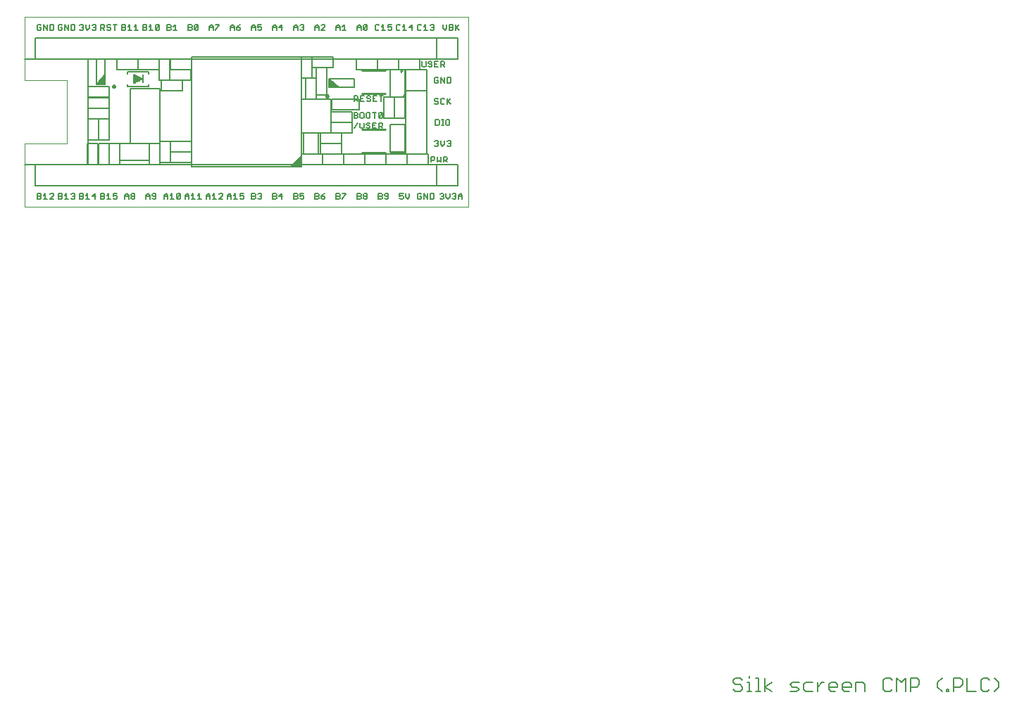
<source format=gto>
G75*
%MOIN*%
%OFA0B0*%
%FSLAX25Y25*%
%IPPOS*%
%LPD*%
%AMOC8*
5,1,8,0,0,1.08239X$1,22.5*
%
%ADD10C,0.00000*%
%ADD11C,0.00600*%
%ADD12C,0.00500*%
%ADD13C,0.01000*%
%ADD14R,0.07500X0.01000*%
%ADD15R,0.01000X0.04000*%
D10*
X0185000Y0255000D02*
X0185000Y0284843D01*
X0204882Y0284843D01*
X0204882Y0315157D01*
X0185000Y0315157D01*
X0185000Y0345000D01*
X0395000Y0345000D01*
X0395000Y0255000D01*
X0185000Y0255000D01*
D11*
X0190880Y0258700D02*
X0192181Y0258700D01*
X0192615Y0259134D01*
X0192615Y0259567D01*
X0192181Y0260001D01*
X0190880Y0260001D01*
X0190880Y0258700D02*
X0190880Y0261302D01*
X0192181Y0261302D01*
X0192615Y0260869D01*
X0192615Y0260435D01*
X0192181Y0260001D01*
X0193827Y0260435D02*
X0194694Y0261302D01*
X0194694Y0258700D01*
X0193827Y0258700D02*
X0195562Y0258700D01*
X0196773Y0258700D02*
X0198508Y0260435D01*
X0198508Y0260869D01*
X0198074Y0261302D01*
X0197207Y0261302D01*
X0196773Y0260869D01*
X0196773Y0258700D02*
X0198508Y0258700D01*
X0200880Y0258700D02*
X0202181Y0258700D01*
X0202615Y0259134D01*
X0202615Y0259567D01*
X0202181Y0260001D01*
X0200880Y0260001D01*
X0200880Y0258700D02*
X0200880Y0261302D01*
X0202181Y0261302D01*
X0202615Y0260869D01*
X0202615Y0260435D01*
X0202181Y0260001D01*
X0203827Y0260435D02*
X0204694Y0261302D01*
X0204694Y0258700D01*
X0203827Y0258700D02*
X0205562Y0258700D01*
X0206773Y0259134D02*
X0207207Y0258700D01*
X0208074Y0258700D01*
X0208508Y0259134D01*
X0208508Y0259567D01*
X0208074Y0260001D01*
X0207641Y0260001D01*
X0208074Y0260001D02*
X0208508Y0260435D01*
X0208508Y0260869D01*
X0208074Y0261302D01*
X0207207Y0261302D01*
X0206773Y0260869D01*
X0210880Y0261302D02*
X0212181Y0261302D01*
X0212615Y0260869D01*
X0212615Y0260435D01*
X0212181Y0260001D01*
X0210880Y0260001D01*
X0210880Y0258700D02*
X0212181Y0258700D01*
X0212615Y0259134D01*
X0212615Y0259567D01*
X0212181Y0260001D01*
X0213827Y0260435D02*
X0214694Y0261302D01*
X0214694Y0258700D01*
X0213827Y0258700D02*
X0215562Y0258700D01*
X0216773Y0260001D02*
X0218508Y0260001D01*
X0218074Y0258700D02*
X0218074Y0261302D01*
X0216773Y0260001D01*
X0220880Y0260001D02*
X0222181Y0260001D01*
X0222615Y0259567D01*
X0222615Y0259134D01*
X0222181Y0258700D01*
X0220880Y0258700D01*
X0220880Y0261302D01*
X0222181Y0261302D01*
X0222615Y0260869D01*
X0222615Y0260435D01*
X0222181Y0260001D01*
X0223827Y0260435D02*
X0224694Y0261302D01*
X0224694Y0258700D01*
X0223827Y0258700D02*
X0225562Y0258700D01*
X0226773Y0259134D02*
X0227207Y0258700D01*
X0228074Y0258700D01*
X0228508Y0259134D01*
X0228508Y0260001D01*
X0228074Y0260435D01*
X0227641Y0260435D01*
X0226773Y0260001D01*
X0226773Y0261302D01*
X0228508Y0261302D01*
X0232353Y0260435D02*
X0233221Y0261302D01*
X0234088Y0260435D01*
X0234088Y0258700D01*
X0235300Y0259134D02*
X0235300Y0259567D01*
X0235734Y0260001D01*
X0236601Y0260001D01*
X0237035Y0259567D01*
X0237035Y0259134D01*
X0236601Y0258700D01*
X0235734Y0258700D01*
X0235300Y0259134D01*
X0235734Y0260001D02*
X0235300Y0260435D01*
X0235300Y0260869D01*
X0235734Y0261302D01*
X0236601Y0261302D01*
X0237035Y0260869D01*
X0237035Y0260435D01*
X0236601Y0260001D01*
X0234088Y0260001D02*
X0232353Y0260001D01*
X0232353Y0260435D02*
X0232353Y0258700D01*
X0242353Y0258700D02*
X0242353Y0260435D01*
X0243221Y0261302D01*
X0244088Y0260435D01*
X0244088Y0258700D01*
X0245300Y0259134D02*
X0245734Y0258700D01*
X0246601Y0258700D01*
X0247035Y0259134D01*
X0247035Y0260869D01*
X0246601Y0261302D01*
X0245734Y0261302D01*
X0245300Y0260869D01*
X0245300Y0260435D01*
X0245734Y0260001D01*
X0247035Y0260001D01*
X0244088Y0260001D02*
X0242353Y0260001D01*
X0250880Y0260001D02*
X0252615Y0260001D01*
X0252615Y0260435D02*
X0252615Y0258700D01*
X0253827Y0258700D02*
X0255562Y0258700D01*
X0254694Y0258700D02*
X0254694Y0261302D01*
X0253827Y0260435D01*
X0252615Y0260435D02*
X0251748Y0261302D01*
X0250880Y0260435D01*
X0250880Y0258700D01*
X0256773Y0259134D02*
X0258508Y0260869D01*
X0258508Y0259134D01*
X0258074Y0258700D01*
X0257207Y0258700D01*
X0256773Y0259134D01*
X0256773Y0260869D01*
X0257207Y0261302D01*
X0258074Y0261302D01*
X0258508Y0260869D01*
X0260880Y0260435D02*
X0261748Y0261302D01*
X0262615Y0260435D01*
X0262615Y0258700D01*
X0263827Y0258700D02*
X0265562Y0258700D01*
X0264694Y0258700D02*
X0264694Y0261302D01*
X0263827Y0260435D01*
X0262615Y0260001D02*
X0260880Y0260001D01*
X0260880Y0260435D02*
X0260880Y0258700D01*
X0266773Y0258700D02*
X0268508Y0258700D01*
X0267641Y0258700D02*
X0267641Y0261302D01*
X0266773Y0260435D01*
X0270880Y0260435D02*
X0271748Y0261302D01*
X0272615Y0260435D01*
X0272615Y0258700D01*
X0273827Y0258700D02*
X0275562Y0258700D01*
X0274694Y0258700D02*
X0274694Y0261302D01*
X0273827Y0260435D01*
X0272615Y0260001D02*
X0270880Y0260001D01*
X0270880Y0260435D02*
X0270880Y0258700D01*
X0276773Y0258700D02*
X0278508Y0260435D01*
X0278508Y0260869D01*
X0278074Y0261302D01*
X0277207Y0261302D01*
X0276773Y0260869D01*
X0276773Y0258700D02*
X0278508Y0258700D01*
X0280880Y0258700D02*
X0280880Y0260435D01*
X0281748Y0261302D01*
X0282615Y0260435D01*
X0282615Y0258700D01*
X0283827Y0258700D02*
X0285562Y0258700D01*
X0284694Y0258700D02*
X0284694Y0261302D01*
X0283827Y0260435D01*
X0282615Y0260001D02*
X0280880Y0260001D01*
X0286773Y0260001D02*
X0286773Y0261302D01*
X0288508Y0261302D01*
X0288074Y0260435D02*
X0288508Y0260001D01*
X0288508Y0259134D01*
X0288074Y0258700D01*
X0287207Y0258700D01*
X0286773Y0259134D01*
X0286773Y0260001D02*
X0287641Y0260435D01*
X0288074Y0260435D01*
X0292353Y0260001D02*
X0293655Y0260001D01*
X0294088Y0259567D01*
X0294088Y0259134D01*
X0293655Y0258700D01*
X0292353Y0258700D01*
X0292353Y0261302D01*
X0293655Y0261302D01*
X0294088Y0260869D01*
X0294088Y0260435D01*
X0293655Y0260001D01*
X0295300Y0259134D02*
X0295734Y0258700D01*
X0296601Y0258700D01*
X0297035Y0259134D01*
X0297035Y0259567D01*
X0296601Y0260001D01*
X0296167Y0260001D01*
X0296601Y0260001D02*
X0297035Y0260435D01*
X0297035Y0260869D01*
X0296601Y0261302D01*
X0295734Y0261302D01*
X0295300Y0260869D01*
X0302353Y0261302D02*
X0302353Y0258700D01*
X0303655Y0258700D01*
X0304088Y0259134D01*
X0304088Y0259567D01*
X0303655Y0260001D01*
X0302353Y0260001D01*
X0302353Y0261302D02*
X0303655Y0261302D01*
X0304088Y0260869D01*
X0304088Y0260435D01*
X0303655Y0260001D01*
X0305300Y0260001D02*
X0307035Y0260001D01*
X0306601Y0258700D02*
X0306601Y0261302D01*
X0305300Y0260001D01*
X0312353Y0260001D02*
X0313655Y0260001D01*
X0314088Y0259567D01*
X0314088Y0259134D01*
X0313655Y0258700D01*
X0312353Y0258700D01*
X0312353Y0261302D01*
X0313655Y0261302D01*
X0314088Y0260869D01*
X0314088Y0260435D01*
X0313655Y0260001D01*
X0315300Y0260001D02*
X0316167Y0260435D01*
X0316601Y0260435D01*
X0317035Y0260001D01*
X0317035Y0259134D01*
X0316601Y0258700D01*
X0315734Y0258700D01*
X0315300Y0259134D01*
X0315300Y0260001D02*
X0315300Y0261302D01*
X0317035Y0261302D01*
X0322353Y0261302D02*
X0323655Y0261302D01*
X0324088Y0260869D01*
X0324088Y0260435D01*
X0323655Y0260001D01*
X0322353Y0260001D01*
X0322353Y0258700D02*
X0323655Y0258700D01*
X0324088Y0259134D01*
X0324088Y0259567D01*
X0323655Y0260001D01*
X0325300Y0260001D02*
X0326601Y0260001D01*
X0327035Y0259567D01*
X0327035Y0259134D01*
X0326601Y0258700D01*
X0325734Y0258700D01*
X0325300Y0259134D01*
X0325300Y0260001D01*
X0326167Y0260869D01*
X0327035Y0261302D01*
X0322353Y0261302D02*
X0322353Y0258700D01*
X0332353Y0258700D02*
X0333655Y0258700D01*
X0334088Y0259134D01*
X0334088Y0259567D01*
X0333655Y0260001D01*
X0332353Y0260001D01*
X0332353Y0258700D02*
X0332353Y0261302D01*
X0333655Y0261302D01*
X0334088Y0260869D01*
X0334088Y0260435D01*
X0333655Y0260001D01*
X0335300Y0259134D02*
X0335300Y0258700D01*
X0335300Y0259134D02*
X0337035Y0260869D01*
X0337035Y0261302D01*
X0335300Y0261302D01*
X0342353Y0261302D02*
X0342353Y0258700D01*
X0343655Y0258700D01*
X0344088Y0259134D01*
X0344088Y0259567D01*
X0343655Y0260001D01*
X0342353Y0260001D01*
X0342353Y0261302D02*
X0343655Y0261302D01*
X0344088Y0260869D01*
X0344088Y0260435D01*
X0343655Y0260001D01*
X0345300Y0259567D02*
X0345734Y0260001D01*
X0346601Y0260001D01*
X0347035Y0259567D01*
X0347035Y0259134D01*
X0346601Y0258700D01*
X0345734Y0258700D01*
X0345300Y0259134D01*
X0345300Y0259567D01*
X0345734Y0260001D02*
X0345300Y0260435D01*
X0345300Y0260869D01*
X0345734Y0261302D01*
X0346601Y0261302D01*
X0347035Y0260869D01*
X0347035Y0260435D01*
X0346601Y0260001D01*
X0352353Y0260001D02*
X0353655Y0260001D01*
X0354088Y0259567D01*
X0354088Y0259134D01*
X0353655Y0258700D01*
X0352353Y0258700D01*
X0352353Y0261302D01*
X0353655Y0261302D01*
X0354088Y0260869D01*
X0354088Y0260435D01*
X0353655Y0260001D01*
X0355300Y0260435D02*
X0355734Y0260001D01*
X0357035Y0260001D01*
X0357035Y0259134D02*
X0357035Y0260869D01*
X0356601Y0261302D01*
X0355734Y0261302D01*
X0355300Y0260869D01*
X0355300Y0260435D01*
X0355300Y0259134D02*
X0355734Y0258700D01*
X0356601Y0258700D01*
X0357035Y0259134D01*
X0362353Y0259134D02*
X0362787Y0258700D01*
X0363655Y0258700D01*
X0364088Y0259134D01*
X0364088Y0260001D01*
X0363655Y0260435D01*
X0363221Y0260435D01*
X0362353Y0260001D01*
X0362353Y0261302D01*
X0364088Y0261302D01*
X0365300Y0261302D02*
X0365300Y0259567D01*
X0366167Y0258700D01*
X0367035Y0259567D01*
X0367035Y0261302D01*
X0370880Y0260869D02*
X0370880Y0259134D01*
X0371314Y0258700D01*
X0372181Y0258700D01*
X0372615Y0259134D01*
X0372615Y0260001D01*
X0371748Y0260001D01*
X0372615Y0260869D02*
X0372181Y0261302D01*
X0371314Y0261302D01*
X0370880Y0260869D01*
X0373827Y0261302D02*
X0375562Y0258700D01*
X0375562Y0261302D01*
X0376773Y0261302D02*
X0378074Y0261302D01*
X0378508Y0260869D01*
X0378508Y0259134D01*
X0378074Y0258700D01*
X0376773Y0258700D01*
X0376773Y0261302D01*
X0373827Y0261302D02*
X0373827Y0258700D01*
X0381407Y0259134D02*
X0381841Y0258700D01*
X0382708Y0258700D01*
X0383142Y0259134D01*
X0383142Y0259567D01*
X0382708Y0260001D01*
X0382274Y0260001D01*
X0382708Y0260001D02*
X0383142Y0260435D01*
X0383142Y0260869D01*
X0382708Y0261302D01*
X0381841Y0261302D01*
X0381407Y0260869D01*
X0384353Y0261302D02*
X0384353Y0259567D01*
X0385221Y0258700D01*
X0386088Y0259567D01*
X0386088Y0261302D01*
X0387300Y0260869D02*
X0387734Y0261302D01*
X0388601Y0261302D01*
X0389035Y0260869D01*
X0389035Y0260435D01*
X0388601Y0260001D01*
X0389035Y0259567D01*
X0389035Y0259134D01*
X0388601Y0258700D01*
X0387734Y0258700D01*
X0387300Y0259134D01*
X0388167Y0260001D02*
X0388601Y0260001D01*
X0390247Y0260001D02*
X0391981Y0260001D01*
X0391981Y0260435D02*
X0391981Y0258700D01*
X0390247Y0258700D02*
X0390247Y0260435D01*
X0391114Y0261302D01*
X0391981Y0260435D01*
X0384808Y0276200D02*
X0383941Y0277067D01*
X0384374Y0277067D02*
X0383073Y0277067D01*
X0383073Y0276200D02*
X0383073Y0278802D01*
X0384374Y0278802D01*
X0384808Y0278369D01*
X0384808Y0277501D01*
X0384374Y0277067D01*
X0381862Y0276200D02*
X0381862Y0278802D01*
X0380127Y0278802D02*
X0380127Y0276200D01*
X0380994Y0277067D01*
X0381862Y0276200D01*
X0378915Y0277501D02*
X0378481Y0277067D01*
X0377180Y0277067D01*
X0377180Y0276200D02*
X0377180Y0278802D01*
X0378481Y0278802D01*
X0378915Y0278369D01*
X0378915Y0277501D01*
X0379314Y0283700D02*
X0378880Y0284134D01*
X0379314Y0283700D02*
X0380181Y0283700D01*
X0380615Y0284134D01*
X0380615Y0284567D01*
X0380181Y0285001D01*
X0379748Y0285001D01*
X0380181Y0285001D02*
X0380615Y0285435D01*
X0380615Y0285869D01*
X0380181Y0286302D01*
X0379314Y0286302D01*
X0378880Y0285869D01*
X0381827Y0286302D02*
X0381827Y0284567D01*
X0382694Y0283700D01*
X0383562Y0284567D01*
X0383562Y0286302D01*
X0384773Y0285869D02*
X0385207Y0286302D01*
X0386074Y0286302D01*
X0386508Y0285869D01*
X0386508Y0285435D01*
X0386074Y0285001D01*
X0386508Y0284567D01*
X0386508Y0284134D01*
X0386074Y0283700D01*
X0385207Y0283700D01*
X0384773Y0284134D01*
X0385641Y0285001D02*
X0386074Y0285001D01*
X0385583Y0293700D02*
X0386017Y0294134D01*
X0386017Y0295869D01*
X0385583Y0296302D01*
X0384716Y0296302D01*
X0384282Y0295869D01*
X0384282Y0294134D01*
X0384716Y0293700D01*
X0385583Y0293700D01*
X0383185Y0293700D02*
X0382318Y0293700D01*
X0382752Y0293700D02*
X0382752Y0296302D01*
X0383185Y0296302D02*
X0382318Y0296302D01*
X0381106Y0295869D02*
X0380672Y0296302D01*
X0379371Y0296302D01*
X0379371Y0293700D01*
X0380672Y0293700D01*
X0381106Y0294134D01*
X0381106Y0295869D01*
X0380181Y0303700D02*
X0379314Y0303700D01*
X0378880Y0304134D01*
X0379314Y0305001D02*
X0380181Y0305001D01*
X0380615Y0304567D01*
X0380615Y0304134D01*
X0380181Y0303700D01*
X0379314Y0305001D02*
X0378880Y0305435D01*
X0378880Y0305869D01*
X0379314Y0306302D01*
X0380181Y0306302D01*
X0380615Y0305869D01*
X0381827Y0305869D02*
X0381827Y0304134D01*
X0382260Y0303700D01*
X0383128Y0303700D01*
X0383562Y0304134D01*
X0384773Y0304567D02*
X0386508Y0306302D01*
X0384773Y0306302D02*
X0384773Y0303700D01*
X0385207Y0305001D02*
X0386508Y0303700D01*
X0383562Y0305869D02*
X0383128Y0306302D01*
X0382260Y0306302D01*
X0381827Y0305869D01*
X0381827Y0313700D02*
X0381827Y0316302D01*
X0383562Y0313700D01*
X0383562Y0316302D01*
X0384773Y0316302D02*
X0386074Y0316302D01*
X0386508Y0315869D01*
X0386508Y0314134D01*
X0386074Y0313700D01*
X0384773Y0313700D01*
X0384773Y0316302D01*
X0380615Y0315869D02*
X0380181Y0316302D01*
X0379314Y0316302D01*
X0378880Y0315869D01*
X0378880Y0314134D01*
X0379314Y0313700D01*
X0380181Y0313700D01*
X0380615Y0314134D01*
X0380615Y0315001D01*
X0379748Y0315001D01*
X0378900Y0321300D02*
X0380635Y0321300D01*
X0381847Y0321300D02*
X0381847Y0323902D01*
X0383148Y0323902D01*
X0383581Y0323469D01*
X0383581Y0322601D01*
X0383148Y0322167D01*
X0381847Y0322167D01*
X0382714Y0322167D02*
X0383581Y0321300D01*
X0380635Y0323902D02*
X0378900Y0323902D01*
X0378900Y0321300D01*
X0377688Y0321734D02*
X0377255Y0321300D01*
X0376387Y0321300D01*
X0375953Y0321734D01*
X0376387Y0322601D02*
X0377255Y0322601D01*
X0377688Y0322167D01*
X0377688Y0321734D01*
X0378900Y0322601D02*
X0379767Y0322601D01*
X0377688Y0323469D02*
X0377255Y0323902D01*
X0376387Y0323902D01*
X0375953Y0323469D01*
X0375953Y0323035D01*
X0376387Y0322601D01*
X0374742Y0321734D02*
X0374742Y0323902D01*
X0373007Y0323902D02*
X0373007Y0321734D01*
X0373441Y0321300D01*
X0374308Y0321300D01*
X0374742Y0321734D01*
X0374694Y0338700D02*
X0374694Y0341302D01*
X0373827Y0340435D01*
X0372615Y0340869D02*
X0372181Y0341302D01*
X0371314Y0341302D01*
X0370880Y0340869D01*
X0370880Y0339134D01*
X0371314Y0338700D01*
X0372181Y0338700D01*
X0372615Y0339134D01*
X0373827Y0338700D02*
X0375562Y0338700D01*
X0376773Y0339134D02*
X0377207Y0338700D01*
X0378074Y0338700D01*
X0378508Y0339134D01*
X0378508Y0339567D01*
X0378074Y0340001D01*
X0377641Y0340001D01*
X0378074Y0340001D02*
X0378508Y0340435D01*
X0378508Y0340869D01*
X0378074Y0341302D01*
X0377207Y0341302D01*
X0376773Y0340869D01*
X0382880Y0341302D02*
X0382880Y0339567D01*
X0383748Y0338700D01*
X0384615Y0339567D01*
X0384615Y0341302D01*
X0385827Y0341302D02*
X0387128Y0341302D01*
X0387562Y0340869D01*
X0387562Y0340435D01*
X0387128Y0340001D01*
X0385827Y0340001D01*
X0387128Y0340001D02*
X0387562Y0339567D01*
X0387562Y0339134D01*
X0387128Y0338700D01*
X0385827Y0338700D01*
X0385827Y0341302D01*
X0388773Y0341302D02*
X0388773Y0338700D01*
X0388773Y0339567D02*
X0390508Y0341302D01*
X0389207Y0340001D02*
X0390508Y0338700D01*
X0368508Y0340001D02*
X0366773Y0340001D01*
X0368074Y0341302D01*
X0368074Y0338700D01*
X0365562Y0338700D02*
X0363827Y0338700D01*
X0364694Y0338700D02*
X0364694Y0341302D01*
X0363827Y0340435D01*
X0362615Y0340869D02*
X0362181Y0341302D01*
X0361314Y0341302D01*
X0360880Y0340869D01*
X0360880Y0339134D01*
X0361314Y0338700D01*
X0362181Y0338700D01*
X0362615Y0339134D01*
X0358508Y0339134D02*
X0358074Y0338700D01*
X0357207Y0338700D01*
X0356773Y0339134D01*
X0356773Y0340001D02*
X0357641Y0340435D01*
X0358074Y0340435D01*
X0358508Y0340001D01*
X0358508Y0339134D01*
X0356773Y0340001D02*
X0356773Y0341302D01*
X0358508Y0341302D01*
X0354694Y0341302D02*
X0354694Y0338700D01*
X0353827Y0338700D02*
X0355562Y0338700D01*
X0353827Y0340435D02*
X0354694Y0341302D01*
X0352615Y0340869D02*
X0352181Y0341302D01*
X0351314Y0341302D01*
X0350880Y0340869D01*
X0350880Y0339134D01*
X0351314Y0338700D01*
X0352181Y0338700D01*
X0352615Y0339134D01*
X0347035Y0339134D02*
X0346601Y0338700D01*
X0345734Y0338700D01*
X0345300Y0339134D01*
X0347035Y0340869D01*
X0347035Y0339134D01*
X0347035Y0340869D02*
X0346601Y0341302D01*
X0345734Y0341302D01*
X0345300Y0340869D01*
X0345300Y0339134D01*
X0344088Y0338700D02*
X0344088Y0340435D01*
X0343221Y0341302D01*
X0342353Y0340435D01*
X0342353Y0338700D01*
X0342353Y0340001D02*
X0344088Y0340001D01*
X0337035Y0338700D02*
X0335300Y0338700D01*
X0336167Y0338700D02*
X0336167Y0341302D01*
X0335300Y0340435D01*
X0334088Y0340435D02*
X0334088Y0338700D01*
X0334088Y0340001D02*
X0332353Y0340001D01*
X0332353Y0340435D02*
X0333221Y0341302D01*
X0334088Y0340435D01*
X0332353Y0340435D02*
X0332353Y0338700D01*
X0327035Y0338700D02*
X0325300Y0338700D01*
X0327035Y0340435D01*
X0327035Y0340869D01*
X0326601Y0341302D01*
X0325734Y0341302D01*
X0325300Y0340869D01*
X0324088Y0340435D02*
X0324088Y0338700D01*
X0324088Y0340001D02*
X0322353Y0340001D01*
X0322353Y0340435D02*
X0323221Y0341302D01*
X0324088Y0340435D01*
X0322353Y0340435D02*
X0322353Y0338700D01*
X0317035Y0339134D02*
X0316601Y0338700D01*
X0315734Y0338700D01*
X0315300Y0339134D01*
X0316167Y0340001D02*
X0316601Y0340001D01*
X0317035Y0339567D01*
X0317035Y0339134D01*
X0316601Y0340001D02*
X0317035Y0340435D01*
X0317035Y0340869D01*
X0316601Y0341302D01*
X0315734Y0341302D01*
X0315300Y0340869D01*
X0314088Y0340435D02*
X0313221Y0341302D01*
X0312353Y0340435D01*
X0312353Y0338700D01*
X0312353Y0340001D02*
X0314088Y0340001D01*
X0314088Y0340435D02*
X0314088Y0338700D01*
X0307035Y0340001D02*
X0305300Y0340001D01*
X0306601Y0341302D01*
X0306601Y0338700D01*
X0304088Y0338700D02*
X0304088Y0340435D01*
X0303221Y0341302D01*
X0302353Y0340435D01*
X0302353Y0338700D01*
X0302353Y0340001D02*
X0304088Y0340001D01*
X0297035Y0340001D02*
X0297035Y0339134D01*
X0296601Y0338700D01*
X0295734Y0338700D01*
X0295300Y0339134D01*
X0295300Y0340001D02*
X0296167Y0340435D01*
X0296601Y0340435D01*
X0297035Y0340001D01*
X0297035Y0341302D02*
X0295300Y0341302D01*
X0295300Y0340001D01*
X0294088Y0340001D02*
X0292353Y0340001D01*
X0292353Y0340435D02*
X0293221Y0341302D01*
X0294088Y0340435D01*
X0294088Y0338700D01*
X0292353Y0338700D02*
X0292353Y0340435D01*
X0287035Y0341302D02*
X0286167Y0340869D01*
X0285300Y0340001D01*
X0286601Y0340001D01*
X0287035Y0339567D01*
X0287035Y0339134D01*
X0286601Y0338700D01*
X0285734Y0338700D01*
X0285300Y0339134D01*
X0285300Y0340001D01*
X0284088Y0340001D02*
X0282353Y0340001D01*
X0282353Y0340435D02*
X0283221Y0341302D01*
X0284088Y0340435D01*
X0284088Y0338700D01*
X0282353Y0338700D02*
X0282353Y0340435D01*
X0277035Y0340869D02*
X0275300Y0339134D01*
X0275300Y0338700D01*
X0274088Y0338700D02*
X0274088Y0340435D01*
X0273221Y0341302D01*
X0272353Y0340435D01*
X0272353Y0338700D01*
X0272353Y0340001D02*
X0274088Y0340001D01*
X0275300Y0341302D02*
X0277035Y0341302D01*
X0277035Y0340869D01*
X0267035Y0340869D02*
X0265300Y0339134D01*
X0265734Y0338700D01*
X0266601Y0338700D01*
X0267035Y0339134D01*
X0267035Y0340869D01*
X0266601Y0341302D01*
X0265734Y0341302D01*
X0265300Y0340869D01*
X0265300Y0339134D01*
X0264088Y0339134D02*
X0263655Y0338700D01*
X0262353Y0338700D01*
X0262353Y0341302D01*
X0263655Y0341302D01*
X0264088Y0340869D01*
X0264088Y0340435D01*
X0263655Y0340001D01*
X0262353Y0340001D01*
X0263655Y0340001D02*
X0264088Y0339567D01*
X0264088Y0339134D01*
X0257035Y0338700D02*
X0255300Y0338700D01*
X0256167Y0338700D02*
X0256167Y0341302D01*
X0255300Y0340435D01*
X0254088Y0340435D02*
X0253655Y0340001D01*
X0252353Y0340001D01*
X0252353Y0338700D02*
X0253655Y0338700D01*
X0254088Y0339134D01*
X0254088Y0339567D01*
X0253655Y0340001D01*
X0254088Y0340435D02*
X0254088Y0340869D01*
X0253655Y0341302D01*
X0252353Y0341302D01*
X0252353Y0338700D01*
X0248508Y0339134D02*
X0248508Y0340869D01*
X0246773Y0339134D01*
X0247207Y0338700D01*
X0248074Y0338700D01*
X0248508Y0339134D01*
X0248508Y0340869D02*
X0248074Y0341302D01*
X0247207Y0341302D01*
X0246773Y0340869D01*
X0246773Y0339134D01*
X0245562Y0338700D02*
X0243827Y0338700D01*
X0244694Y0338700D02*
X0244694Y0341302D01*
X0243827Y0340435D01*
X0242615Y0340435D02*
X0242181Y0340001D01*
X0240880Y0340001D01*
X0240880Y0338700D02*
X0242181Y0338700D01*
X0242615Y0339134D01*
X0242615Y0339567D01*
X0242181Y0340001D01*
X0242615Y0340435D02*
X0242615Y0340869D01*
X0242181Y0341302D01*
X0240880Y0341302D01*
X0240880Y0338700D01*
X0238508Y0338700D02*
X0236773Y0338700D01*
X0237641Y0338700D02*
X0237641Y0341302D01*
X0236773Y0340435D01*
X0235562Y0338700D02*
X0233827Y0338700D01*
X0234694Y0338700D02*
X0234694Y0341302D01*
X0233827Y0340435D01*
X0232615Y0340435D02*
X0232181Y0340001D01*
X0230880Y0340001D01*
X0230880Y0338700D02*
X0232181Y0338700D01*
X0232615Y0339134D01*
X0232615Y0339567D01*
X0232181Y0340001D01*
X0232615Y0340435D02*
X0232615Y0340869D01*
X0232181Y0341302D01*
X0230880Y0341302D01*
X0230880Y0338700D01*
X0227641Y0338700D02*
X0227641Y0341302D01*
X0228508Y0341302D02*
X0226773Y0341302D01*
X0225562Y0340869D02*
X0225128Y0341302D01*
X0224260Y0341302D01*
X0223827Y0340869D01*
X0223827Y0340435D01*
X0224260Y0340001D01*
X0225128Y0340001D01*
X0225562Y0339567D01*
X0225562Y0339134D01*
X0225128Y0338700D01*
X0224260Y0338700D01*
X0223827Y0339134D01*
X0222615Y0338700D02*
X0221748Y0339567D01*
X0222181Y0339567D02*
X0220880Y0339567D01*
X0220880Y0338700D02*
X0220880Y0341302D01*
X0222181Y0341302D01*
X0222615Y0340869D01*
X0222615Y0340001D01*
X0222181Y0339567D01*
X0218508Y0339567D02*
X0218508Y0339134D01*
X0218074Y0338700D01*
X0217207Y0338700D01*
X0216773Y0339134D01*
X0217641Y0340001D02*
X0218074Y0340001D01*
X0218508Y0339567D01*
X0218074Y0340001D02*
X0218508Y0340435D01*
X0218508Y0340869D01*
X0218074Y0341302D01*
X0217207Y0341302D01*
X0216773Y0340869D01*
X0215562Y0341302D02*
X0215562Y0339567D01*
X0214694Y0338700D01*
X0213827Y0339567D01*
X0213827Y0341302D01*
X0212615Y0340869D02*
X0212615Y0340435D01*
X0212181Y0340001D01*
X0212615Y0339567D01*
X0212615Y0339134D01*
X0212181Y0338700D01*
X0211314Y0338700D01*
X0210880Y0339134D01*
X0211748Y0340001D02*
X0212181Y0340001D01*
X0212615Y0340869D02*
X0212181Y0341302D01*
X0211314Y0341302D01*
X0210880Y0340869D01*
X0208508Y0340869D02*
X0208074Y0341302D01*
X0206773Y0341302D01*
X0206773Y0338700D01*
X0208074Y0338700D01*
X0208508Y0339134D01*
X0208508Y0340869D01*
X0205562Y0341302D02*
X0205562Y0338700D01*
X0203827Y0341302D01*
X0203827Y0338700D01*
X0202615Y0339134D02*
X0202615Y0340001D01*
X0201748Y0340001D01*
X0202615Y0339134D02*
X0202181Y0338700D01*
X0201314Y0338700D01*
X0200880Y0339134D01*
X0200880Y0340869D01*
X0201314Y0341302D01*
X0202181Y0341302D01*
X0202615Y0340869D01*
X0198508Y0340869D02*
X0198074Y0341302D01*
X0196773Y0341302D01*
X0196773Y0338700D01*
X0198074Y0338700D01*
X0198508Y0339134D01*
X0198508Y0340869D01*
X0195562Y0341302D02*
X0195562Y0338700D01*
X0193827Y0341302D01*
X0193827Y0338700D01*
X0192615Y0339134D02*
X0192615Y0340001D01*
X0191748Y0340001D01*
X0192615Y0339134D02*
X0192181Y0338700D01*
X0191314Y0338700D01*
X0190880Y0339134D01*
X0190880Y0340869D01*
X0191314Y0341302D01*
X0192181Y0341302D01*
X0192615Y0340869D01*
X0210880Y0261302D02*
X0210880Y0258700D01*
X0340734Y0292200D02*
X0342469Y0294802D01*
X0343680Y0294802D02*
X0343680Y0292634D01*
X0344114Y0292200D01*
X0344981Y0292200D01*
X0345415Y0292634D01*
X0345415Y0294802D01*
X0346627Y0294369D02*
X0346627Y0293935D01*
X0347060Y0293501D01*
X0347928Y0293501D01*
X0348362Y0293067D01*
X0348362Y0292634D01*
X0347928Y0292200D01*
X0347060Y0292200D01*
X0346627Y0292634D01*
X0346627Y0294369D02*
X0347060Y0294802D01*
X0347928Y0294802D01*
X0348362Y0294369D01*
X0349573Y0294802D02*
X0349573Y0292200D01*
X0351308Y0292200D01*
X0352520Y0292200D02*
X0352520Y0294802D01*
X0353821Y0294802D01*
X0354255Y0294369D01*
X0354255Y0293501D01*
X0353821Y0293067D01*
X0352520Y0293067D01*
X0353387Y0293067D02*
X0354255Y0292200D01*
X0351308Y0294802D02*
X0349573Y0294802D01*
X0349573Y0293501D02*
X0350441Y0293501D01*
X0350441Y0297000D02*
X0350441Y0299602D01*
X0351308Y0299602D02*
X0349573Y0299602D01*
X0348362Y0299169D02*
X0347928Y0299602D01*
X0347060Y0299602D01*
X0346627Y0299169D01*
X0346627Y0297434D01*
X0347060Y0297000D01*
X0347928Y0297000D01*
X0348362Y0297434D01*
X0348362Y0299169D01*
X0345415Y0299169D02*
X0345415Y0297434D01*
X0344981Y0297000D01*
X0344114Y0297000D01*
X0343680Y0297434D01*
X0343680Y0299169D01*
X0344114Y0299602D01*
X0344981Y0299602D01*
X0345415Y0299169D01*
X0342469Y0299169D02*
X0342469Y0298735D01*
X0342035Y0298301D01*
X0340734Y0298301D01*
X0342035Y0298301D02*
X0342469Y0297867D01*
X0342469Y0297434D01*
X0342035Y0297000D01*
X0340734Y0297000D01*
X0340734Y0299602D01*
X0342035Y0299602D01*
X0342469Y0299169D01*
X0342669Y0304900D02*
X0341801Y0305767D01*
X0342235Y0305767D02*
X0340934Y0305767D01*
X0340934Y0304900D02*
X0340934Y0307502D01*
X0342235Y0307502D01*
X0342669Y0307069D01*
X0342669Y0306201D01*
X0342235Y0305767D01*
X0343880Y0306201D02*
X0344748Y0306201D01*
X0343880Y0304900D02*
X0345615Y0304900D01*
X0346827Y0305334D02*
X0347260Y0304900D01*
X0348128Y0304900D01*
X0348562Y0305334D01*
X0348562Y0305767D01*
X0348128Y0306201D01*
X0347260Y0306201D01*
X0346827Y0306635D01*
X0346827Y0307069D01*
X0347260Y0307502D01*
X0348128Y0307502D01*
X0348562Y0307069D01*
X0349773Y0307502D02*
X0349773Y0304900D01*
X0351508Y0304900D01*
X0350641Y0306201D02*
X0349773Y0306201D01*
X0349773Y0307502D02*
X0351508Y0307502D01*
X0352720Y0307502D02*
X0354455Y0307502D01*
X0353587Y0307502D02*
X0353587Y0304900D01*
X0353821Y0299602D02*
X0354255Y0299169D01*
X0352520Y0297434D01*
X0352953Y0297000D01*
X0353821Y0297000D01*
X0354255Y0297434D01*
X0354255Y0299169D01*
X0353821Y0299602D02*
X0352953Y0299602D01*
X0352520Y0299169D01*
X0352520Y0297434D01*
X0343880Y0304900D02*
X0343880Y0307502D01*
X0345615Y0307502D01*
X0527813Y0032773D02*
X0527813Y0031705D01*
X0527813Y0029570D02*
X0527813Y0025300D01*
X0526745Y0025300D02*
X0528881Y0025300D01*
X0531042Y0025300D02*
X0533178Y0025300D01*
X0532110Y0025300D02*
X0532110Y0031705D01*
X0531042Y0031705D01*
X0527813Y0029570D02*
X0526745Y0029570D01*
X0524570Y0030638D02*
X0523503Y0031705D01*
X0521368Y0031705D01*
X0520300Y0030638D01*
X0520300Y0029570D01*
X0521368Y0028503D01*
X0523503Y0028503D01*
X0524570Y0027435D01*
X0524570Y0026368D01*
X0523503Y0025300D01*
X0521368Y0025300D01*
X0520300Y0026368D01*
X0535339Y0027435D02*
X0538542Y0029570D01*
X0535339Y0027435D02*
X0538542Y0025300D01*
X0535339Y0025300D02*
X0535339Y0031705D01*
X0547156Y0028503D02*
X0548224Y0029570D01*
X0551427Y0029570D01*
X0550359Y0027435D02*
X0551427Y0026368D01*
X0550359Y0025300D01*
X0547156Y0025300D01*
X0548224Y0027435D02*
X0547156Y0028503D01*
X0548224Y0027435D02*
X0550359Y0027435D01*
X0553602Y0026368D02*
X0554669Y0025300D01*
X0557872Y0025300D01*
X0560047Y0025300D02*
X0560047Y0029570D01*
X0560047Y0027435D02*
X0562182Y0029570D01*
X0563250Y0029570D01*
X0565418Y0028503D02*
X0566486Y0029570D01*
X0568621Y0029570D01*
X0569689Y0028503D01*
X0569689Y0027435D01*
X0565418Y0027435D01*
X0565418Y0026368D02*
X0565418Y0028503D01*
X0565418Y0026368D02*
X0566486Y0025300D01*
X0568621Y0025300D01*
X0571864Y0026368D02*
X0571864Y0028503D01*
X0572932Y0029570D01*
X0575067Y0029570D01*
X0576134Y0028503D01*
X0576134Y0027435D01*
X0571864Y0027435D01*
X0571864Y0026368D02*
X0572932Y0025300D01*
X0575067Y0025300D01*
X0578309Y0025300D02*
X0578309Y0029570D01*
X0581512Y0029570D01*
X0582580Y0028503D01*
X0582580Y0025300D01*
X0591200Y0026368D02*
X0591200Y0030638D01*
X0592268Y0031705D01*
X0594403Y0031705D01*
X0595471Y0030638D01*
X0597646Y0031705D02*
X0599781Y0029570D01*
X0601916Y0031705D01*
X0601916Y0025300D01*
X0604091Y0025300D02*
X0604091Y0031705D01*
X0607294Y0031705D01*
X0608362Y0030638D01*
X0608362Y0028503D01*
X0607294Y0027435D01*
X0604091Y0027435D01*
X0597646Y0025300D02*
X0597646Y0031705D01*
X0595471Y0026368D02*
X0594403Y0025300D01*
X0592268Y0025300D01*
X0591200Y0026368D01*
X0616982Y0027435D02*
X0616982Y0029570D01*
X0619118Y0031705D01*
X0616982Y0027435D02*
X0619118Y0025300D01*
X0621279Y0025300D02*
X0622347Y0025300D01*
X0622347Y0026368D01*
X0621279Y0026368D01*
X0621279Y0025300D01*
X0624502Y0025300D02*
X0624502Y0031705D01*
X0627705Y0031705D01*
X0628773Y0030638D01*
X0628773Y0028503D01*
X0627705Y0027435D01*
X0624502Y0027435D01*
X0630948Y0025300D02*
X0635218Y0025300D01*
X0637393Y0026368D02*
X0638461Y0025300D01*
X0640596Y0025300D01*
X0641664Y0026368D01*
X0643839Y0025300D02*
X0645974Y0027435D01*
X0645974Y0029570D01*
X0643839Y0031705D01*
X0641664Y0030638D02*
X0640596Y0031705D01*
X0638461Y0031705D01*
X0637393Y0030638D01*
X0637393Y0026368D01*
X0630948Y0025300D02*
X0630948Y0031705D01*
X0557872Y0029570D02*
X0554669Y0029570D01*
X0553602Y0028503D01*
X0553602Y0026368D01*
D12*
X0390000Y0265000D02*
X0380000Y0265000D01*
X0380000Y0275000D01*
X0390000Y0275000D01*
X0390000Y0265000D01*
X0380000Y0265000D02*
X0190000Y0265000D01*
X0190000Y0275000D01*
X0380000Y0275000D01*
X0376000Y0275000D02*
X0376000Y0280000D01*
X0366000Y0280000D01*
X0366000Y0275000D01*
X0376000Y0275000D01*
X0375300Y0280000D02*
X0365300Y0280000D01*
X0365300Y0310000D01*
X0375300Y0310000D01*
X0375300Y0280000D01*
X0366000Y0280000D02*
X0366000Y0275000D01*
X0356000Y0275000D01*
X0356000Y0280000D01*
X0366000Y0280000D01*
X0365000Y0281000D02*
X0358000Y0281000D01*
X0358000Y0287100D01*
X0358000Y0287900D01*
X0358000Y0294000D01*
X0365000Y0294000D01*
X0365000Y0287900D01*
X0365000Y0287100D01*
X0365000Y0281000D01*
X0356000Y0280000D02*
X0356000Y0275000D01*
X0346000Y0275000D01*
X0346000Y0280000D01*
X0336000Y0280000D01*
X0336000Y0275000D01*
X0346000Y0275000D01*
X0346000Y0280000D01*
X0356000Y0280000D01*
X0340000Y0290000D02*
X0330000Y0290000D01*
X0330000Y0295000D01*
X0340000Y0295000D01*
X0340000Y0290000D01*
X0335000Y0290000D02*
X0335000Y0285000D01*
X0325000Y0285000D01*
X0325000Y0290000D01*
X0335000Y0290000D01*
X0335000Y0285000D02*
X0325000Y0285000D01*
X0325000Y0280000D01*
X0335000Y0280000D01*
X0335000Y0285000D01*
X0336000Y0280000D02*
X0326000Y0280000D01*
X0326000Y0275000D01*
X0316000Y0275000D01*
X0316000Y0280000D01*
X0326000Y0280000D01*
X0326000Y0275000D01*
X0336000Y0275000D01*
X0336000Y0280000D01*
X0324000Y0280000D02*
X0317000Y0280000D01*
X0317000Y0290000D01*
X0324000Y0290000D01*
X0324000Y0280000D01*
X0316000Y0279000D02*
X0311000Y0274000D01*
X0316000Y0274000D01*
X0316000Y0279000D01*
X0316000Y0278929D02*
X0315929Y0278929D01*
X0316000Y0278430D02*
X0315430Y0278430D01*
X0314932Y0277932D02*
X0316000Y0277932D01*
X0316000Y0277433D02*
X0314433Y0277433D01*
X0313934Y0276934D02*
X0316000Y0276934D01*
X0316000Y0276436D02*
X0313436Y0276436D01*
X0312937Y0275937D02*
X0316000Y0275937D01*
X0316000Y0275439D02*
X0312439Y0275439D01*
X0311940Y0274940D02*
X0316000Y0274940D01*
X0316000Y0274442D02*
X0311442Y0274442D01*
X0316000Y0274000D02*
X0316000Y0326000D01*
X0321000Y0326000D01*
X0321000Y0321000D01*
X0331000Y0321000D01*
X0331000Y0326000D01*
X0321000Y0326000D01*
X0321000Y0316000D01*
X0316000Y0316000D01*
X0316000Y0326000D01*
X0264000Y0326000D01*
X0264000Y0274000D01*
X0316000Y0274000D01*
X0316000Y0290000D02*
X0316000Y0306000D01*
X0330000Y0306000D01*
X0330000Y0290000D01*
X0316000Y0290000D01*
X0330000Y0295000D02*
X0330000Y0300000D01*
X0340000Y0300000D01*
X0340000Y0295000D01*
X0330000Y0295000D01*
X0330200Y0301000D02*
X0330200Y0306000D01*
X0343200Y0306000D01*
X0343200Y0301000D01*
X0330200Y0301000D01*
X0328000Y0308000D02*
X0323000Y0308000D01*
X0323000Y0321000D01*
X0328000Y0321000D01*
X0328000Y0308000D01*
X0329000Y0311500D02*
X0329000Y0315500D01*
X0333500Y0311500D01*
X0329000Y0311500D01*
X0329000Y0315500D01*
X0341000Y0315500D01*
X0341000Y0311500D01*
X0329000Y0311500D01*
X0329000Y0311830D02*
X0333128Y0311830D01*
X0332568Y0312329D02*
X0329000Y0312329D01*
X0329000Y0312827D02*
X0332007Y0312827D01*
X0331446Y0313326D02*
X0329000Y0313326D01*
X0329000Y0313824D02*
X0330885Y0313824D01*
X0330324Y0314323D02*
X0329000Y0314323D01*
X0329000Y0314821D02*
X0329763Y0314821D01*
X0329203Y0315320D02*
X0329000Y0315320D01*
X0323000Y0316000D02*
X0323000Y0306000D01*
X0318000Y0306000D01*
X0318000Y0316000D01*
X0323000Y0316000D01*
X0342000Y0320000D02*
X0342000Y0325000D01*
X0352000Y0325000D01*
X0362000Y0325000D01*
X0362000Y0320000D01*
X0352000Y0320000D01*
X0352000Y0325000D01*
X0352000Y0320000D01*
X0342000Y0320000D01*
X0358000Y0320000D02*
X0358000Y0307000D01*
X0365000Y0307000D01*
X0363800Y0307000D01*
X0365000Y0308200D01*
X0365000Y0307000D01*
X0365000Y0320000D01*
X0358000Y0320000D01*
X0361900Y0320000D02*
X0361900Y0325000D01*
X0371900Y0325000D01*
X0371900Y0320000D01*
X0361900Y0320000D01*
X0362750Y0319250D02*
X0363750Y0319250D01*
X0363250Y0318750D02*
X0363250Y0319750D01*
X0365300Y0320000D02*
X0375300Y0320000D01*
X0375300Y0310000D01*
X0365300Y0310000D02*
X0365300Y0320000D01*
X0380000Y0325000D02*
X0380000Y0335000D01*
X0390000Y0335000D01*
X0390000Y0325000D01*
X0380000Y0325000D01*
X0190000Y0325000D01*
X0190000Y0335000D01*
X0380000Y0335000D01*
X0365000Y0307842D02*
X0364642Y0307842D01*
X0365000Y0307344D02*
X0364144Y0307344D01*
X0365000Y0307000D02*
X0365000Y0297000D01*
X0360000Y0297000D01*
X0355000Y0297000D01*
X0355000Y0307000D01*
X0360000Y0307000D01*
X0360000Y0297000D01*
X0360000Y0307000D01*
X0365000Y0307000D01*
X0263500Y0315000D02*
X0253500Y0315000D01*
X0248500Y0315000D01*
X0248500Y0325000D01*
X0248500Y0320000D01*
X0238500Y0320000D01*
X0238500Y0325000D01*
X0248500Y0325000D01*
X0253500Y0325000D01*
X0253500Y0315000D01*
X0253500Y0320000D01*
X0263500Y0320000D01*
X0263500Y0315000D01*
X0259500Y0315000D02*
X0259500Y0310000D01*
X0249500Y0310000D01*
X0249500Y0315000D01*
X0259500Y0315000D01*
X0264000Y0320000D02*
X0254000Y0320000D01*
X0254000Y0325000D01*
X0264000Y0325000D01*
X0264000Y0320000D01*
X0249000Y0311000D02*
X0249000Y0285000D01*
X0244000Y0285000D01*
X0244000Y0277000D01*
X0230000Y0277000D01*
X0230000Y0285000D01*
X0244000Y0285000D01*
X0244000Y0275000D01*
X0249000Y0275000D01*
X0249000Y0285000D01*
X0235000Y0285000D01*
X0235000Y0311000D01*
X0249000Y0311000D01*
X0243500Y0312000D02*
X0243500Y0313000D01*
X0243500Y0312000D02*
X0233500Y0312000D01*
X0233500Y0313000D01*
X0236500Y0313500D02*
X0240500Y0315500D01*
X0236500Y0317500D01*
X0236500Y0313500D01*
X0236500Y0313824D02*
X0237149Y0313824D01*
X0236500Y0314323D02*
X0238146Y0314323D01*
X0239143Y0314821D02*
X0236500Y0314821D01*
X0236500Y0315320D02*
X0240140Y0315320D01*
X0239863Y0315818D02*
X0236500Y0315818D01*
X0236500Y0316317D02*
X0238866Y0316317D01*
X0237869Y0316815D02*
X0236500Y0316815D01*
X0236500Y0317314D02*
X0236872Y0317314D01*
X0238500Y0320000D02*
X0228500Y0320000D01*
X0228500Y0325000D01*
X0238500Y0325000D01*
X0238500Y0320000D01*
X0233500Y0319000D02*
X0233500Y0318000D01*
X0233500Y0319000D02*
X0243500Y0319000D01*
X0243500Y0318000D01*
X0225000Y0312000D02*
X0225000Y0307000D01*
X0215000Y0307000D01*
X0215000Y0312000D01*
X0225000Y0312000D01*
X0223000Y0313000D02*
X0219000Y0313000D01*
X0223000Y0317500D01*
X0223000Y0313000D01*
X0219000Y0313000D01*
X0219000Y0325000D01*
X0223000Y0325000D01*
X0223000Y0313000D01*
X0223000Y0313326D02*
X0219290Y0313326D01*
X0219733Y0313824D02*
X0223000Y0313824D01*
X0223000Y0314323D02*
X0220176Y0314323D01*
X0220619Y0314821D02*
X0223000Y0314821D01*
X0223000Y0315320D02*
X0221062Y0315320D01*
X0221505Y0315818D02*
X0223000Y0315818D01*
X0223000Y0316317D02*
X0221948Y0316317D01*
X0222391Y0316815D02*
X0223000Y0316815D01*
X0223000Y0317314D02*
X0222835Y0317314D01*
X0225000Y0306800D02*
X0215000Y0306800D01*
X0215000Y0301800D01*
X0215000Y0296800D01*
X0225000Y0296800D01*
X0225000Y0301800D01*
X0215000Y0301800D01*
X0225000Y0301800D01*
X0225000Y0306800D01*
X0225000Y0296500D02*
X0220000Y0296500D01*
X0220000Y0286500D01*
X0225000Y0286500D01*
X0225000Y0296500D01*
X0220000Y0296500D02*
X0215000Y0296500D01*
X0215000Y0286500D01*
X0220000Y0286500D01*
X0220000Y0296500D01*
X0220000Y0285000D02*
X0225000Y0285000D01*
X0230000Y0285000D01*
X0230000Y0275000D01*
X0225000Y0275000D01*
X0225000Y0285000D01*
X0225000Y0275000D01*
X0220000Y0275000D01*
X0220000Y0285000D01*
X0219500Y0285000D02*
X0219500Y0275000D01*
X0214500Y0275000D01*
X0214500Y0285000D01*
X0219500Y0285000D01*
X0215000Y0275000D02*
X0215000Y0325000D01*
X0185000Y0325000D01*
X0249000Y0286000D02*
X0254000Y0286000D01*
X0254000Y0276000D01*
X0249000Y0276000D01*
X0249000Y0286000D01*
X0254000Y0286000D02*
X0254000Y0281000D01*
X0264000Y0281000D01*
X0264000Y0286000D01*
X0254000Y0286000D01*
X0254000Y0281000D02*
X0264000Y0281000D01*
X0264000Y0276000D01*
X0254000Y0276000D01*
X0254000Y0281000D01*
X0215000Y0275000D02*
X0185000Y0275000D01*
D13*
X0226500Y0312000D02*
X0226502Y0312044D01*
X0226508Y0312088D01*
X0226518Y0312131D01*
X0226531Y0312173D01*
X0226548Y0312214D01*
X0226569Y0312253D01*
X0226593Y0312290D01*
X0226620Y0312325D01*
X0226650Y0312357D01*
X0226683Y0312387D01*
X0226719Y0312413D01*
X0226756Y0312437D01*
X0226796Y0312456D01*
X0226837Y0312473D01*
X0226880Y0312485D01*
X0226923Y0312494D01*
X0226967Y0312499D01*
X0227011Y0312500D01*
X0227055Y0312497D01*
X0227099Y0312490D01*
X0227142Y0312479D01*
X0227184Y0312465D01*
X0227224Y0312447D01*
X0227263Y0312425D01*
X0227299Y0312401D01*
X0227333Y0312373D01*
X0227365Y0312342D01*
X0227394Y0312308D01*
X0227420Y0312272D01*
X0227442Y0312234D01*
X0227461Y0312194D01*
X0227476Y0312152D01*
X0227488Y0312110D01*
X0227496Y0312066D01*
X0227500Y0312022D01*
X0227500Y0311978D01*
X0227496Y0311934D01*
X0227488Y0311890D01*
X0227476Y0311848D01*
X0227461Y0311806D01*
X0227442Y0311766D01*
X0227420Y0311728D01*
X0227394Y0311692D01*
X0227365Y0311658D01*
X0227333Y0311627D01*
X0227299Y0311599D01*
X0227263Y0311575D01*
X0227224Y0311553D01*
X0227184Y0311535D01*
X0227142Y0311521D01*
X0227099Y0311510D01*
X0227055Y0311503D01*
X0227011Y0311500D01*
X0226967Y0311501D01*
X0226923Y0311506D01*
X0226880Y0311515D01*
X0226837Y0311527D01*
X0226796Y0311544D01*
X0226756Y0311563D01*
X0226719Y0311587D01*
X0226683Y0311613D01*
X0226650Y0311643D01*
X0226620Y0311675D01*
X0226593Y0311710D01*
X0226569Y0311747D01*
X0226548Y0311786D01*
X0226531Y0311827D01*
X0226518Y0311869D01*
X0226508Y0311912D01*
X0226502Y0311956D01*
X0226500Y0312000D01*
X0327500Y0307500D02*
X0327502Y0307544D01*
X0327508Y0307588D01*
X0327518Y0307631D01*
X0327531Y0307673D01*
X0327548Y0307714D01*
X0327569Y0307753D01*
X0327593Y0307790D01*
X0327620Y0307825D01*
X0327650Y0307857D01*
X0327683Y0307887D01*
X0327719Y0307913D01*
X0327756Y0307937D01*
X0327796Y0307956D01*
X0327837Y0307973D01*
X0327880Y0307985D01*
X0327923Y0307994D01*
X0327967Y0307999D01*
X0328011Y0308000D01*
X0328055Y0307997D01*
X0328099Y0307990D01*
X0328142Y0307979D01*
X0328184Y0307965D01*
X0328224Y0307947D01*
X0328263Y0307925D01*
X0328299Y0307901D01*
X0328333Y0307873D01*
X0328365Y0307842D01*
X0328394Y0307808D01*
X0328420Y0307772D01*
X0328442Y0307734D01*
X0328461Y0307694D01*
X0328476Y0307652D01*
X0328488Y0307610D01*
X0328496Y0307566D01*
X0328500Y0307522D01*
X0328500Y0307478D01*
X0328496Y0307434D01*
X0328488Y0307390D01*
X0328476Y0307348D01*
X0328461Y0307306D01*
X0328442Y0307266D01*
X0328420Y0307228D01*
X0328394Y0307192D01*
X0328365Y0307158D01*
X0328333Y0307127D01*
X0328299Y0307099D01*
X0328263Y0307075D01*
X0328224Y0307053D01*
X0328184Y0307035D01*
X0328142Y0307021D01*
X0328099Y0307010D01*
X0328055Y0307003D01*
X0328011Y0307000D01*
X0327967Y0307001D01*
X0327923Y0307006D01*
X0327880Y0307015D01*
X0327837Y0307027D01*
X0327796Y0307044D01*
X0327756Y0307063D01*
X0327719Y0307087D01*
X0327683Y0307113D01*
X0327650Y0307143D01*
X0327620Y0307175D01*
X0327593Y0307210D01*
X0327569Y0307247D01*
X0327548Y0307286D01*
X0327531Y0307327D01*
X0327518Y0307369D01*
X0327508Y0307412D01*
X0327502Y0307456D01*
X0327500Y0307500D01*
X0344500Y0308500D02*
X0355500Y0308500D01*
X0355500Y0319500D02*
X0344500Y0319500D01*
X0344500Y0291500D02*
X0355500Y0291500D01*
X0355500Y0280500D02*
X0344500Y0280500D01*
D14*
X0361500Y0280500D03*
D15*
X0241000Y0315500D03*
M02*

</source>
